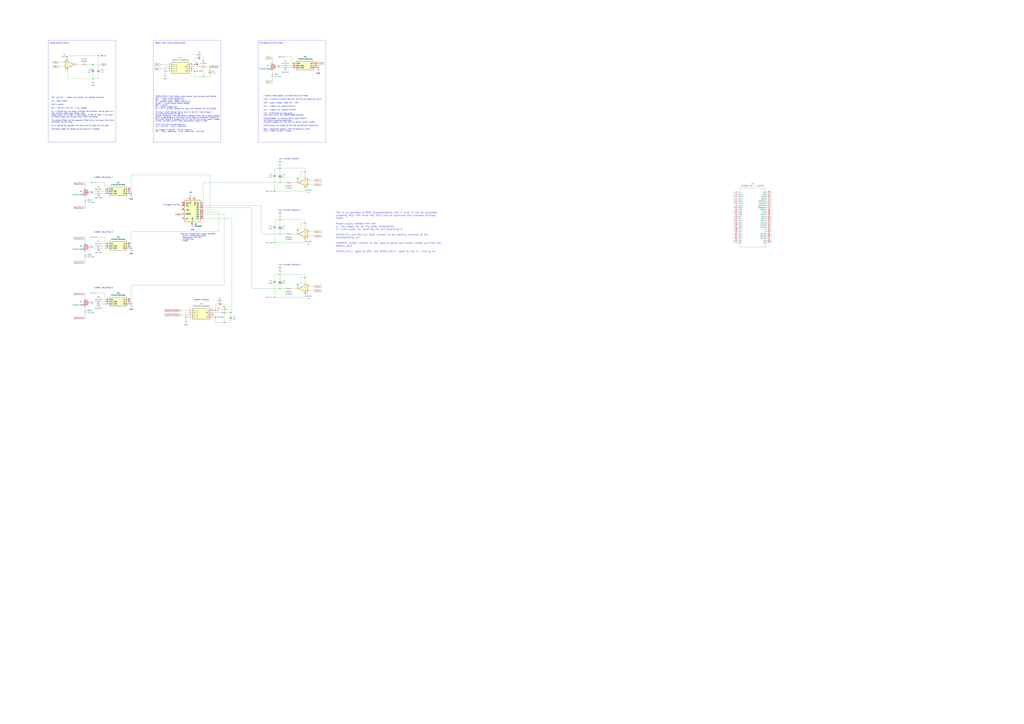
<source format=kicad_sch>
(kicad_sch (version 20230121) (generator eeschema)
  (paper "A0")
  (title_block (title "Battery Management System Design") (date "2025-01-11") (rev "1.0.0") (comment 1 "eddyzyf@gmail.com") (comment 2 "by Eddy Zhang") (comment 3 "For Tufts Electric Racing and Tufts Solar Vehicle Project") (comment 4 "Reference: SPICE Model of a Passive Battery Management System, IEEE"))
  (lib_symbols
    (symbol "Analog:AD5593R" (pin_names (offset 1.27))
      (property "Reference" "U" (at -8.89 15.24 0))
      (property "Value" "AD5593R" (at 3.81 15.24 0))
      (symbol "AD5593R_0_1"
        (rectangle (start -8.89 13.97) (end 8.89 -11.43) (stroke (width 0.254)) (fill (type background)))
      )
      (symbol "AD5593R_1_1"
        (pin input line (at -12.7 -2.54 0) (length 3.81) (name "~{RESET}") (number "1"))
        (pin bidirectional line (at 12.7 0 180) (length 3.81) (name "IO4") (number "10"))
        (pin bidirectional line (at 12.7 -2.54 180) (length 3.81) (name "IO5") (number "11"))
        (pin bidirectional line (at 12.7 -5.08 180) (length 3.81) (name "IO6") (number "12"))
        (pin bidirectional line (at 12.7 -7.62 180) (length 3.81) (name "IO7") (number "13"))
        (pin power_in line (at 0 -15.24 90) (length 3.81) (name "GND") (number "14"))
        (pin bidirectional line (at -12.7 10.16 0) (length 3.81) (name "SDA") (number "15"))
        (pin input line (at -12.7 7.62 0) (length 3.81) (name "SCL") (number "16"))
        (pin input line (at -12.7 -7.62 0) (length 3.81) (name "A0") (number "2"))
        (pin power_in line (at -2.54 17.78 270) (length 3.81) (name "V_{DD}") (number "3"))
        (pin bidirectional line (at 12.7 10.16 180) (length 3.81) (name "IO0") (number "4"))
        (pin bidirectional line (at 12.7 7.62 180) (length 3.81) (name "IO1") (number "5"))
        (pin bidirectional line (at 12.7 5.08 180) (length 3.81) (name "IO2") (number "6"))
        (pin bidirectional line (at 12.7 2.54 180) (length 3.81) (name "IO3") (number "7"))
        (pin passive line (at -12.7 2.54 0) (length 3.81) (name "V_{REF}") (number "8"))
        (pin power_in line (at 2.54 17.78 270) (length 3.81) (name "V_{LOGIC}") (number "9"))
      )
    )
    (symbol "Battery_Management:LTC6811HG-1-3ZZPBF" (pin_names (offset 0.254))
      (property "Reference" "U" (at 22.86 10.16 0))
      (property "Value" "LTC6811HG-1-3ZZPBF" (at 22.86 7.62 0))
      (symbol "LTC6811HG-1-3ZZPBF_0_1"
        (polyline (pts (xy 7.62 -63.5) (xy 38.1 -63.5)) (stroke (width 0.127)))
        (polyline (pts (xy 7.62 5.08) (xy 7.62 -63.5)) (stroke (width 0.127)))
        (polyline (pts (xy 38.1 -63.5) (xy 38.1 5.08)) (stroke (width 0.127)))
        (polyline (pts (xy 38.1 5.08) (xy 7.62 5.08)) (stroke (width 0.127)))
        (pin power_in line (at 0 0 0) (length 7.62) (name "V+") (number "1"))
        (pin input line (at 0 -22.86 0) (length 7.62) (name "C8") (number "10"))
        (pin bidirectional line (at 0 -25.4 0) (length 7.62) (name "S8") (number "11"))
        (pin input line (at 0 -27.94 0) (length 7.62) (name "C7") (number "12"))
        (pin bidirectional line (at 0 -30.48 0) (length 7.62) (name "S7") (number "13"))
        (pin input line (at 0 -33.02 0) (length 7.62) (name "C6") (number "14"))
        (pin bidirectional line (at 0 -35.56 0) (length 7.62) (name "S6") (number "15"))
        (pin input line (at 0 -38.1 0) (length 7.62) (name "C5") (number "16"))
        (pin bidirectional line (at 0 -40.64 0) (length 7.62) (name "S5") (number "17"))
        (pin input line (at 0 -43.18 0) (length 7.62) (name "C4") (number "18"))
        (pin bidirectional line (at 0 -45.72 0) (length 7.62) (name "S4") (number "19"))
        (pin input line (at 0 -2.54 0) (length 7.62) (name "C12") (number "2"))
        (pin input line (at 0 -48.26 0) (length 7.62) (name "C3") (number "20"))
        (pin bidirectional line (at 0 -50.8 0) (length 7.62) (name "S3") (number "21"))
        (pin input line (at 0 -53.34 0) (length 7.62) (name "C2") (number "22"))
        (pin bidirectional line (at 0 -55.88 0) (length 7.62) (name "S2") (number "23"))
        (pin input line (at 0 -58.42 0) (length 7.62) (name "C1") (number "24"))
        (pin bidirectional line (at 45.72 -58.42 180) (length 7.62) (name "S1") (number "25"))
        (pin input line (at 45.72 -55.88 180) (length 7.62) (name "C0") (number "26"))
        (pin bidirectional line (at 45.72 -53.34 180) (length 7.62) (name "GPIO1") (number "27"))
        (pin bidirectional line (at 45.72 -50.8 180) (length 7.62) (name "GPIO2") (number "28"))
        (pin bidirectional line (at 45.72 -48.26 180) (length 7.62) (name "GPIO3") (number "29"))
        (pin bidirectional line (at 0 -5.08 0) (length 7.62) (name "S12") (number "3"))
        (pin power_in line (at 45.72 -45.72 180) (length 7.62) (name "V-") (number "30"))
        (pin power_in line (at 45.72 -43.18 180) (length 7.62) (name "V-") (number "31"))
        (pin bidirectional line (at 45.72 -40.64 180) (length 7.62) (name "GPIO4") (number "32"))
        (pin bidirectional line (at 45.72 -38.1 180) (length 7.62) (name "GPIO5") (number "33"))
        (pin power_in line (at 45.72 -35.56 180) (length 7.62) (name "VREF2") (number "34"))
        (pin power_in line (at 45.72 -33.02 180) (length 7.62) (name "VREF1") (number "35"))
        (pin input line (at 45.72 -30.48 180) (length 7.62) (name "DTEN") (number "36"))
        (pin unspecified line (at 45.72 -27.94 180) (length 7.62) (name "VREG") (number "37"))
        (pin power_in line (at 45.72 -25.4 180) (length 7.62) (name "DRIVE") (number "38"))
        (pin unspecified line (at 45.72 -22.86 180) (length 7.62) (name "WDT") (number "39"))
        (pin input line (at 0 -7.62 0) (length 7.62) (name "C11") (number "4"))
        (pin unspecified line (at 45.72 -20.32 180) (length 7.62) (name "ISOMD") (number "40"))
        (pin bidirectional line (at 45.72 -17.78 180) (length 7.62) (name "CSB(IMA)") (number "41"))
        (pin bidirectional line (at 45.72 -15.24 180) (length 7.62) (name "SCK(IPA)") (number "42"))
        (pin input line (at 45.72 -12.7 180) (length 7.62) (name "SDI(NC)") (number "43"))
        (pin output line (at 45.72 -10.16 180) (length 7.62) (name "SDO(NC)") (number "44"))
        (pin power_in line (at 45.72 -7.62 180) (length 7.62) (name "IBIAS") (number "45"))
        (pin unspecified line (at 45.72 -5.08 180) (length 7.62) (name "ICMP") (number "46"))
        (pin bidirectional line (at 45.72 -2.54 180) (length 7.62) (name "IMB") (number "47"))
        (pin bidirectional line (at 45.72 0 180) (length 7.62) (name "IPB") (number "48"))
        (pin bidirectional line (at 0 -10.16 0) (length 7.62) (name "S11") (number "5"))
        (pin input line (at 0 -12.7 0) (length 7.62) (name "C10") (number "6"))
        (pin bidirectional line (at 0 -15.24 0) (length 7.62) (name "S10") (number "7"))
        (pin input line (at 0 -17.78 0) (length 7.62) (name "C9") (number "8"))
        (pin bidirectional line (at 0 -20.32 0) (length 7.62) (name "S9") (number "9"))
      )
    )
    (symbol "Device:C_Small" (pin_numbers hide) (pin_names (offset 0.254) hide)
      (property "Reference" "C" (at 0.254 1.778 0))
      (property "Value" "C_Small" (at 0.254 -2.032 0))
      (symbol "C_Small_0_1"
        (polyline (pts (xy -1.524 -0.508) (xy 1.524 -0.508)) (stroke (width 0.3302)))
        (polyline (pts (xy -1.524 0.508) (xy 1.524 0.508)) (stroke (width 0.3048)))
      )
      (symbol "C_Small_1_1"
        (pin passive line (at 0 2.54 270) (length 2.032) (name "~") (number "1"))
        (pin passive line (at 0 -2.54 90) (length 2.032) (name "~") (number "2"))
      )
    )
    (symbol "Device:R_Small_US" (pin_numbers hide) (pin_names (offset 0.254) hide)
      (property "Reference" "R" (at 0.762 0.508 0))
      (property "Value" "R_Small_US" (at 0.762 -1.016 0))
      (symbol "R_Small_US_1_1"
        (polyline (pts (xy 0 0) (xy 1.016 -0.381) (xy 0 -0.762) (xy -1.016 -1.143) (xy 0 -1.524)))
        (polyline (pts (xy 0 1.524) (xy 1.016 1.143) (xy 0 0.762) (xy -1.016 0.381) (xy 0 0)))
        (pin passive line (at 0 2.54 270) (length 1.016) (name "~") (number "1"))
        (pin passive line (at 0 -2.54 90) (length 1.016) (name "~") (number "2"))
      )
    )
    (symbol "Device:R_US" (pin_numbers hide) (pin_names (offset 0))
      (property "Reference" "R" (at 2.54 0 90))
      (property "Value" "R_US" (at -2.54 0 90))
      (symbol "R_US_0_1"
        (polyline (pts (xy 0 -2.286) (xy 0 -2.54)))
        (polyline (pts (xy 0 2.286) (xy 0 2.54)))
        (polyline (pts (xy 0 -0.762) (xy 1.016 -1.143) (xy 0 -1.524) (xy -1.016 -1.905) (xy 0 -2.286)))
        (polyline (pts (xy 0 0.762) (xy 1.016 0.381) (xy 0 0) (xy -1.016 -0.381) (xy 0 -0.762)))
        (polyline (pts (xy 0 2.286) (xy 1.016 1.905) (xy 0 1.524) (xy -1.016 1.143) (xy 0 0.762)))
      )
      (symbol "R_US_1_1"
        (pin passive line (at 0 3.81 270) (length 1.27) (name "~") (number "1"))
        (pin passive line (at 0 -3.81 90) (length 1.27) (name "~") (number "2"))
      )
    )
    (symbol "Driver_FET:1EDN7511BXUSA1"
      (property "Reference" "IC" (at 26.67 7.62 0))
      (property "Value" "1EDN7511BXUSA1" (at 26.67 5.08 0))
      (symbol "1EDN7511BXUSA1_1_1"
        (rectangle (start 5.08 2.54) (end 25.4 -7.62) (stroke (width 0.254)) (fill (type background)))
        (pin passive line (at 0 0 0) (length 5.08) (name "VDD") (number "1"))
        (pin passive line (at 0 -2.54 0) (length 5.08) (name "OUT_SRC") (number "2"))
        (pin passive line (at 0 -5.08 0) (length 5.08) (name "OUT_SNK") (number "3"))
        (pin passive line (at 30.48 -5.08 180) (length 5.08) (name "GND") (number "4"))
        (pin passive line (at 30.48 -2.54 180) (length 5.08) (name "IN-") (number "5"))
        (pin passive line (at 30.48 0 180) (length 5.08) (name "IN+") (number "6"))
      )
    )
    (symbol "Sensor_Current:TMCS1107A1BQDRQ1"
      (property "Reference" "IC" (at 26.67 7.62 0))
      (property "Value" "TMCS1107A1BQDRQ1" (at 26.67 5.08 0))
      (symbol "TMCS1107A1BQDRQ1_1_1"
        (rectangle (start 5.08 2.54) (end 25.4 -10.16) (stroke (width 0.254)) (fill (type background)))
        (pin passive line (at 0 0 0) (length 5.08) (name "IN+_1") (number "1"))
        (pin passive line (at 0 -2.54 0) (length 5.08) (name "IN+_2") (number "2"))
        (pin passive line (at 0 -5.08 0) (length 5.08) (name "IN-_1") (number "3"))
        (pin passive line (at 0 -7.62 0) (length 5.08) (name "IN-_2") (number "4"))
        (pin passive line (at 30.48 -7.62 180) (length 5.08) (name "GND") (number "5"))
        (pin no_connect line (at 30.48 -5.08 180) (length 5.08) (name "NC") (number "6"))
        (pin passive line (at 30.48 -2.54 180) (length 5.08) (name "VOUT") (number "7"))
        (pin passive line (at 30.48 0 180) (length 5.08) (name "VS") (number "8"))
      )
    )
    (symbol "Simulation_SPICE:OPAMP" (pin_names (offset 0.254))
      (property "Reference" "U" (at 3.81 3.175 0))
      (property "Value" "${SIM.PARAMS}" (at 3.81 -3.175 0))
      (symbol "OPAMP_0_1"
        (polyline (pts (xy 5.08 0) (xy -5.08 5.08) (xy -5.08 -5.08) (xy 5.08 0)) (stroke (width 0.254)) (fill (type background)))
      )
      (symbol "OPAMP_1_1"
        (pin input line (at -7.62 2.54 0) (length 2.54) (name "+") (number "1"))
        (pin input line (at -7.62 -2.54 0) (length 2.54) (name "-") (number "2"))
        (pin power_in line (at -2.54 7.62 270) (length 3.81) (name "V+") (number "3"))
        (pin power_in line (at -2.54 -7.62 90) (length 3.81) (name "V-") (number "4"))
        (pin output line (at 7.62 0 180) (length 2.54) (name "~") (number "5"))
      )
    )
    (symbol "Transistor_FET:CSD16570Q5B" (pin_names hide)
      (property "Reference" "Q" (at 5.08 1.905 0))
      (property "Value" "CSD16570Q5B" (at 5.08 0 0))
      (symbol "CSD16570Q5B_0_1"
        (polyline (pts (xy 0.254 0) (xy -2.54 0)))
        (polyline (pts (xy 0.254 1.905) (xy 0.254 -1.905)) (stroke (width 0.254)))
        (polyline (pts (xy 0.762 -1.27) (xy 0.762 -2.286)) (stroke (width 0.254)))
        (polyline (pts (xy 0.762 0.508) (xy 0.762 -0.508)) (stroke (width 0.254)))
        (polyline (pts (xy 0.762 2.286) (xy 0.762 1.27)) (stroke (width 0.254)))
        (polyline (pts (xy 2.54 2.54) (xy 2.54 1.778)))
        (polyline (pts (xy 2.54 -2.54) (xy 2.54 0) (xy 0.762 0)))
        (polyline (pts (xy 0.762 -1.778) (xy 3.302 -1.778) (xy 3.302 1.778) (xy 0.762 1.778)))
        (polyline (pts (xy 1.016 0) (xy 2.032 0.381) (xy 2.032 -0.381) (xy 1.016 0)) (fill (type outline)))
        (polyline (pts (xy 2.794 0.508) (xy 2.921 0.381) (xy 3.683 0.381) (xy 3.81 0.254)))
        (polyline (pts (xy 3.302 0.381) (xy 2.921 -0.254) (xy 3.683 -0.254) (xy 3.302 0.381)))
        (circle (center 1.651 0) (radius 2.794) (stroke (width 0.254)))
        (circle (center 2.54 -1.778) (radius 0.254) (fill (type outline)))
        (circle (center 2.54 1.778) (radius 0.254) (fill (type outline)))
      )
      (symbol "CSD16570Q5B_1_1"
        (pin passive line (at 2.54 -5.08 90) (length 2.54) (name "S") (number "1"))
        (pin passive line (at 2.54 -5.08 90) (length 2.54) hide (name "S") (number "2"))
        (pin passive line (at 2.54 -5.08 90) (length 2.54) hide (name "S") (number "3"))
        (pin passive line (at -5.08 0 0) (length 2.54) (name "G") (number "4"))
        (pin passive line (at 2.54 5.08 270) (length 2.54) (name "D") (number "5"))
      )
    )
    (symbol "power:+15V" (power) (pin_names (offset 0))
      (property "Value" "+15V" (at 0 3.556 0))
      (symbol "+15V_0_1"
        (polyline (pts (xy -0.762 1.27) (xy 0 2.54)))
        (polyline (pts (xy 0 0) (xy 0 2.54)))
        (polyline (pts (xy 0 2.54) (xy 0.762 1.27)))
      )
      (symbol "+15V_1_1"
        (pin power_in line (at 0 0 90) (length 0) hide (name "+15V") (number "1"))
      )
    )
    (symbol "power:+5V" (power) (pin_names (offset 0))
      (property "Value" "+5V" (at 0 3.556 0))
      (symbol "+5V_0_1"
        (polyline (pts (xy -0.762 1.27) (xy 0 2.54)))
        (polyline (pts (xy 0 0) (xy 0 2.54)))
        (polyline (pts (xy 0 2.54) (xy 0.762 1.27)))
      )
      (symbol "+5V_1_1"
        (pin power_in line (at 0 0 90) (length 0) hide (name "+5V") (number "1"))
      )
    )
    (symbol "power:GND" (power) (pin_names (offset 0))
      (property "Value" "GND" (at 0 -3.81 0))
      (symbol "GND_0_1"
        (polyline (pts (xy 0 0) (xy 0 -1.27) (xy 1.27 -1.27) (xy 0 -2.54) (xy -1.27 -1.27) (xy 0 -1.27)))
      )
      (symbol "GND_1_1"
        (pin power_in line (at 0 0 270) (length 0) hide (name "GND") (number "1"))
      )
    )
    (symbol "power:VDD" (power) (pin_names (offset 0))
      (property "Value" "VDD" (at 0 3.81 0))
      (symbol "VDD_0_1"
        (polyline (pts (xy -0.762 1.27) (xy 0 2.54)))
        (polyline (pts (xy 0 0) (xy 0 2.54)))
        (polyline (pts (xy 0 2.54) (xy 0.762 1.27)))
      )
      (symbol "VDD_1_1"
        (pin power_in line (at 0 0 90) (length 0) hide (name "VDD") (number "1"))
      )
    )
    (symbol "power:VS" (power) (pin_names (offset 0))
      (property "Value" "VS" (at 0 3.81 0))
      (symbol "VS_0_1"
        (polyline (pts (xy 0 0) (xy 0 2.54)))
        (polyline (pts (xy 0.762 1.27) (xy -0.762 1.27) (xy 0 2.54) (xy 0.762 1.27)) (fill (type outline)))
      )
      (symbol "VS_1_1"
        (pin power_in line (at 0 0 90) (length 0) hide (name "VS") (number "1"))
      )
    )
  )
  (junction (at 325.12 335.28))
  (junction (at 369.57 78.74))
  (junction (at 106.68 287.02))
  (junction (at 318.77 281.94))
  (junction (at 250.19 360.68))
  (junction (at 323.85 77.47))
  (junction (at 152.4 353.06))
  (junction (at 325.12 195.58))
  (junction (at 250.19 368.3))
  (junction (at 325.12 212.09))
  (junction (at 107.95 91.44))
  (junction (at 191.77 82.55))
  (junction (at 267.97 363.22))
  (junction (at 354.33 199.39))
  (junction (at 243.84 77.47))
  (junction (at 318.77 345.44))
  (junction (at 106.68 351.79))
  (junction (at 354.33 259.08))
  (junction (at 354.33 322.58))
  (junction (at 236.22 88.9))
  (junction (at 215.9 368.3))
  (junction (at 106.68 223.52))
  (junction (at 226.06 74.93))
  (junction (at 152.4 224.79))
  (junction (at 325.12 318.77))
  (junction (at 318.77 222.25))
  (junction (at 107.95 74.93))
  (junction (at 226.06 82.55))
  (junction (at 325.12 255.27))
  (junction (at 325.12 271.78))
  (junction (at 260.35 374.65))
  (junction (at 152.4 288.29))
  (junction (at 114.3 64.77))
  (wire (pts (xy 101.6 74.93) (xy 107.95 74.93)))
  (wire (pts (xy 325.12 212.09) (xy 325.12 207.01)))
  (wire (pts (xy 325.12 195.58) (xy 318.77 195.58)))
  (wire (pts (xy 106.68 353.06) (xy 111.76 353.06)))
  (wire (pts (xy 364.49 337.82) (xy 359.41 337.82)))
  (wire (pts (xy 152.4 269.24) (xy 152.4 283.21)))
  (wire (pts (xy 269.24 254) (xy 236.22 254)))
  (wire (pts (xy 325.12 271.78) (xy 325.12 266.7)))
  (wire (pts (xy 250.19 374.65) (xy 250.19 368.3)))
  (wire (pts (xy 116.84 350.52) (xy 121.92 350.52)))
  (wire (pts (xy 152.4 288.29) (xy 152.4 289.56)))
  (wire (pts (xy 267.97 374.65) (xy 260.35 374.65)))
  (wire (pts (xy 318.77 345.44) (xy 316.23 345.44)))
  (wire (pts (xy 354.33 195.58) (xy 325.12 195.58)))
  (wire (pts (xy 369.57 78.74) (xy 369.57 80.01)))
  (wire (pts (xy 248.92 363.22) (xy 256.54 363.22)))
  (wire (pts (xy 99.06 292.1) (xy 99.06 294.64)))
  (wire (pts (xy 267.97 363.22) (xy 269.24 363.22)))
  (wire (pts (xy 106.68 285.75) (xy 106.68 287.02)))
  (wire (pts (xy 264.16 363.22) (xy 267.97 363.22)))
  (wire (pts (xy 260.35 374.65) (xy 250.19 374.65)))
  (wire (pts (xy 260.35 248.92) (xy 260.35 331.47)))
  (wire (pts (xy 152.4 222.25) (xy 152.4 224.79)))
  (wire (pts (xy 349.25 259.08) (xy 354.33 259.08)))
  (wire (pts (xy 354.33 264.16) (xy 354.33 259.08)))
  (wire (pts (xy 243.84 77.47) (xy 245.11 77.47)))
  (wire (pts (xy 194.31 77.47) (xy 191.77 77.47)))
  (wire (pts (xy 78.74 64.77) (xy 114.3 64.77)))
  (wire (pts (xy 349.25 270.51) (xy 349.25 259.08)))
  (wire (pts (xy 113.03 340.36) (xy 121.92 340.36)))
  (wire (pts (xy 191.77 82.55) (xy 194.31 82.55)))
  (wire (pts (xy 248.92 360.68) (xy 250.19 360.68)))
  (wire (pts (xy 226.06 74.93) (xy 226.06 67.31)))
  (wire (pts (xy 354.33 259.08) (xy 354.33 255.27)))
  (wire (pts (xy 116.84 224.79) (xy 121.92 224.79)))
  (wire (pts (xy 325.12 201.93) (xy 325.12 195.58)))
  (wire (pts (xy 218.44 363.22) (xy 215.9 363.22)))
  (wire (pts (xy 267.97 372.11) (xy 267.97 374.65)))
  (wire (pts (xy 344.17 212.09) (xy 339.09 212.09)))
  (wire (pts (xy 325.12 318.77) (xy 325.12 316.23)))
  (wire (pts (xy 236.22 88.9) (xy 226.06 88.9)))
  (wire (pts (xy 236.22 67.31) (xy 236.22 88.9)))
  (wire (pts (xy 349.25 210.82) (xy 349.25 199.39)))
  (wire (pts (xy 243.84 77.47) (xy 243.84 81.28)))
  (wire (pts (xy 250.19 368.3) (xy 251.46 368.3)))
  (wire (pts (xy 292.1 335.28) (xy 292.1 241.3)))
  (wire (pts (xy 236.22 212.09) (xy 236.22 236.22)))
  (wire (pts (xy 334.01 76.2) (xy 339.09 76.2)))
  (wire (pts (xy 318.77 325.12) (xy 318.77 318.77)))
  (wire (pts (xy 323.85 77.47) (xy 323.85 78.74)))
  (wire (pts (xy 99.06 228.6) (xy 99.06 231.14)))
  (wire (pts (xy 111.76 350.52) (xy 106.68 350.52)))
  (wire (pts (xy 254 246.38) (xy 254 269.24)))
  (wire (pts (xy 330.2 66.04) (xy 339.09 66.04)))
  (wire (pts (xy 349.25 199.39) (xy 354.33 199.39)))
  (wire (pts (xy 364.49 214.63) (xy 359.41 214.63)))
  (wire (pts (xy 106.68 350.52) (xy 106.68 351.79)))
  (wire (pts (xy 303.53 238.76) (xy 236.22 238.76)))
  (wire (pts (xy 68.58 77.47) (xy 73.66 77.47)))
  (wire (pts (xy 226.06 82.55) (xy 227.33 82.55)))
  (wire (pts (xy 364.49 274.32) (xy 359.41 274.32)))
  (wire (pts (xy 107.95 91.44) (xy 107.95 93.98)))
  (wire (pts (xy 243.84 86.36) (xy 243.84 88.9)))
  (wire (pts (xy 236.22 246.38) (xy 254 246.38)))
  (wire (pts (xy 99.06 236.22) (xy 99.06 241.3)))
  (wire (pts (xy 344.17 335.28) (xy 339.09 335.28)))
  (wire (pts (xy 78.74 91.44) (xy 107.95 91.44)))
  (wire (pts (xy 215.9 368.3) (xy 218.44 368.3)))
  (wire (pts (xy 364.49 332.74) (xy 359.41 332.74)))
  (wire (pts (xy 331.47 212.09) (xy 325.12 212.09)))
  (wire (pts (xy 224.79 82.55) (xy 226.06 82.55)))
  (wire (pts (xy 210.82 365.76) (xy 218.44 365.76)))
  (wire (pts (xy 325.12 325.12) (xy 325.12 318.77)))
  (wire (pts (xy 99.06 299.72) (xy 99.06 304.8)))
  (wire (pts (xy 318.77 261.62) (xy 318.77 255.27)))
  (wire (pts (xy 240.03 77.47) (xy 243.84 77.47)))
  (wire (pts (xy 121.92 347.98) (xy 121.92 340.36)))
  (wire (pts (xy 99.06 276.86) (xy 99.06 281.94)))
  (wire (pts (xy 364.49 269.24) (xy 359.41 269.24)))
  (wire (pts (xy 121.92 283.21) (xy 121.92 275.59)))
  (wire (pts (xy 267.97 363.22) (xy 267.97 367.03)))
  (wire (pts (xy 318.77 281.94) (xy 316.23 281.94)))
  (wire (pts (xy 318.77 201.93) (xy 318.77 195.58)))
  (wire (pts (xy 78.74 67.31) (xy 78.74 64.77)))
  (wire (pts (xy 191.77 82.55) (xy 191.77 86.36)))
  (wire (pts (xy 354.33 204.47) (xy 354.33 199.39)))
  (wire (pts (xy 215.9 368.3) (xy 215.9 372.11)))
  (wire (pts (xy 243.84 243.84) (xy 243.84 203.2)))
  (wire (pts (xy 114.3 85.09) (xy 114.3 91.44)))
  (wire (pts (xy 106.68 224.79) (xy 111.76 224.79)))
  (wire (pts (xy 364.49 209.55) (xy 359.41 209.55)))
  (wire (pts (xy 354.33 279.4) (xy 354.33 281.94)))
  (wire (pts (xy 323.85 76.2) (xy 323.85 77.47)))
  (wire (pts (xy 152.4 350.52) (xy 152.4 353.06)))
  (wire (pts (xy 354.33 322.58) (xy 354.33 318.77)))
  (wire (pts (xy 106.68 351.79) (xy 106.68 353.06)))
  (wire (pts (xy 344.17 271.78) (xy 339.09 271.78)))
  (wire (pts (xy 254 269.24) (xy 152.4 269.24)))
  (wire (pts (xy 236.22 248.92) (xy 260.35 248.92)))
  (wire (pts (xy 250.19 360.68) (xy 250.19 353.06)))
  (wire (pts (xy 250.19 353.06) (xy 252.73 353.06)))
  (wire (pts (xy 354.33 255.27) (xy 325.12 255.27)))
  (wire (pts (xy 325.12 212.09) (xy 236.22 212.09)))
  (wire (pts (xy 250.19 360.68) (xy 251.46 360.68)))
  (wire (pts (xy 331.47 271.78) (xy 325.12 271.78)))
  (wire (pts (xy 152.4 224.79) (xy 152.4 226.06)))
  (wire (pts (xy 325.12 318.77) (xy 318.77 318.77)))
  (wire (pts (xy 224.79 77.47) (xy 232.41 77.47)))
  (wire (pts (xy 354.33 199.39) (xy 354.33 195.58)))
  (wire (pts (xy 152.4 353.06) (xy 152.4 354.33)))
  (wire (pts (xy 354.33 281.94) (xy 318.77 281.94)))
  (wire (pts (xy 152.4 285.75) (xy 152.4 288.29)))
  (wire (pts (xy 210.82 360.68) (xy 218.44 360.68)))
  (wire (pts (xy 318.77 281.94) (xy 318.77 266.7)))
  (wire (pts (xy 260.35 331.47) (xy 152.4 331.47)))
  (wire (pts (xy 325.12 255.27) (xy 325.12 252.73)))
  (wire (pts (xy 106.68 223.52) (xy 106.68 224.79)))
  (wire (pts (xy 318.77 345.44) (xy 318.77 330.2)))
  (wire (pts (xy 106.68 287.02) (xy 106.68 288.29)))
  (wire (pts (xy 78.74 82.55) (xy 78.74 91.44)))
  (wire (pts (xy 325.12 195.58) (xy 325.12 193.04)))
  (wire (pts (xy 316.23 67.31) (xy 316.23 72.39)))
  (wire (pts (xy 334.01 78.74) (xy 339.09 78.74)))
  (wire (pts (xy 111.76 285.75) (xy 106.68 285.75)))
  (wire (pts (xy 260.35 353.06) (xy 260.35 374.65)))
  (wire (pts (xy 354.33 327.66) (xy 354.33 322.58)))
  (wire (pts (xy 116.84 288.29) (xy 121.92 288.29)))
  (wire (pts (xy 292.1 241.3) (xy 236.22 241.3)))
  (wire (pts (xy 369.57 76.2) (xy 369.57 78.74)))
  (wire (pts (xy 354.33 345.44) (xy 318.77 345.44)))
  (wire (pts (xy 292.1 335.28) (xy 325.12 335.28)))
  (wire (pts (xy 316.23 90.17) (xy 316.23 95.25)))
  (wire (pts (xy 107.95 85.09) (xy 107.95 91.44)))
  (wire (pts (xy 354.33 219.71) (xy 354.33 222.25)))
  (wire (pts (xy 318.77 222.25) (xy 316.23 222.25)))
  (wire (pts (xy 99.06 213.36) (xy 99.06 218.44)))
  (wire (pts (xy 349.25 334.01) (xy 349.25 322.58)))
  (wire (pts (xy 236.22 243.84) (xy 243.84 243.84)))
  (wire (pts (xy 224.79 74.93) (xy 226.06 74.93)))
  (wire (pts (xy 243.84 88.9) (xy 236.22 88.9)))
  (wire (pts (xy 116.84 353.06) (xy 121.92 353.06)))
  (wire (pts (xy 107.95 74.93) (xy 118.11 74.93)))
  (wire (pts (xy 68.58 72.39) (xy 73.66 72.39)))
  (wire (pts (xy 114.3 64.77) (xy 114.3 80.01)))
  (wire (pts (xy 331.47 335.28) (xy 325.12 335.28)))
  (wire (pts (xy 243.84 203.2) (xy 152.4 203.2)))
  (wire (pts (xy 354.33 222.25) (xy 318.77 222.25)))
  (wire (pts (xy 328.93 76.2) (xy 323.85 76.2)))
  (wire (pts (xy 354.33 318.77) (xy 325.12 318.77)))
  (wire (pts (xy 318.77 222.25) (xy 318.77 207.01)))
  (wire (pts (xy 303.53 271.78) (xy 325.12 271.78)))
  (wire (pts (xy 107.95 74.93) (xy 107.95 80.01)))
  (wire (pts (xy 226.06 67.31) (xy 228.6 67.31)))
  (wire (pts (xy 107.95 91.44) (xy 114.3 91.44)))
  (wire (pts (xy 186.69 80.01) (xy 194.31 80.01)))
  (wire (pts (xy 116.84 222.25) (xy 121.92 222.25)))
  (wire (pts (xy 325.12 255.27) (xy 318.77 255.27)))
  (wire (pts (xy 152.4 203.2) (xy 152.4 219.71)))
  (wire (pts (xy 99.06 364.49) (xy 99.06 369.57)))
  (wire (pts (xy 106.68 222.25) (xy 106.68 223.52)))
  (wire (pts (xy 303.53 271.78) (xy 303.53 238.76)))
  (wire (pts (xy 226.06 74.93) (xy 227.33 74.93)))
  (wire (pts (xy 116.84 285.75) (xy 121.92 285.75)))
  (wire (pts (xy 113.03 275.59) (xy 121.92 275.59)))
  (wire (pts (xy 248.92 368.3) (xy 250.19 368.3)))
  (wire (pts (xy 114.3 64.77) (xy 116.84 64.77)))
  (wire (pts (xy 113.03 212.09) (xy 121.92 212.09)))
  (wire (pts (xy 339.09 73.66) (xy 339.09 66.04)))
  (wire (pts (xy 99.06 341.63) (xy 99.06 346.71)))
  (wire (pts (xy 257.81 353.06) (xy 260.35 353.06)))
  (wire (pts (xy 226.06 88.9) (xy 226.06 82.55)))
  (wire (pts (xy 349.25 322.58) (xy 354.33 322.58)))
  (wire (pts (xy 99.06 356.87) (xy 99.06 359.41)))
  (wire (pts (xy 111.76 222.25) (xy 106.68 222.25)))
  (wire (pts (xy 269.24 254) (xy 269.24 363.22)))
  (wire (pts (xy 325.12 261.62) (xy 325.12 255.27)))
  (wire (pts (xy 233.68 67.31) (xy 236.22 67.31)))
  (wire (pts (xy 215.9 363.22) (xy 215.9 368.3)))
  (wire (pts (xy 325.12 335.28) (xy 325.12 330.2)))
  (wire (pts (xy 121.92 219.71) (xy 121.92 212.09)))
  (wire (pts (xy 152.4 331.47) (xy 152.4 347.98)))
  (wire (pts (xy 316.23 82.55) (xy 316.23 85.09)))
  (wire (pts (xy 106.68 288.29) (xy 111.76 288.29)))
  (wire (pts (xy 354.33 342.9) (xy 354.33 345.44)))
  (wire (pts (xy 323.85 78.74) (xy 328.93 78.74)))
  (wire (pts (xy 191.77 77.47) (xy 191.77 82.55)))
  (wire (pts (xy 88.9 74.93) (xy 93.98 74.93)))
  (wire (pts (xy 186.69 74.93) (xy 194.31 74.93)))
  (rectangle (start 177.8 46.99) (end 256.54 165.1))
  (rectangle (start 299.72 46.99) (end 378.46 165.1))
  (rectangle (start 55.88 46.99) (end 134.62 165.1))
  (text "CURRENT BALANCING 1" (at 109.22 207.01 0) (effects (font (size 1.27 1.27)) (justify left bottom)))
  (text "Battery Pack Current Sensing Model" (at 180.34 50.8 0) (effects (font (size 1.27 1.27)) (justify left bottom)))
  (text "Cell Balancing Circuit Model" (at 300.99 50.8 0) (effects (font (size 1.27 1.27)) (justify left bottom)))
  (text "CELL VOLTAGE SENSING 3" (at 323.85 308.61 0) (effects (font (size 1.27 1.27)) (justify left bottom)))
  (text "REF" (at 346.71 265.43 90) (effects (font (size 1.27 1.27)) (justify right bottom)))
  (text "VIN+ and VIN- = battery cell positive and negative terminals \n\nVS = power supply\n\nGND = ground\n\nOUT = diff VIN+ and VIN- = cell voltage\n\nU1 = INA148 chip, low-power, precision diff amplifier with set gain of 1, \nhigh common mode input voltage range\nsingle supply 2.7V to 36V, or dual supply ±1.35V to ±18V, I'll be using \n5V single supply here because that's what's accessible\n\nThe resistor Rfilter and the capacitor Cfilter form a low-pass filter which \neliminates the OUT noise\n\nCvs is decoupling capacitor that also serve to cancel out the noise\n\nSimulation model for INA148 can be found on TI website\n\n\n" (at 59.69 154.94 0) (effects (font (size 1.27 1.27)) (justify left bottom)))
  (text "REF" (at 346.71 328.93 90) (effects (font (size 1.27 1.27)) (justify right bottom)))
  (text "REF" (at 346.71 205.74 90) (effects (font (size 1.27 1.27)) (justify right bottom)))
  (text "A passive single battery cell balancing circuit model \n\nCTRL = control pin (active high, 5V), turns on the balancing circuit\n\nVDD = supply voltage, range 4.5V - 20V\n\nCEL+ = battery cell positive terminal\n\nCEL- = battery cell negative terminal\n\nIC2 = 1EDN7511B low-side driver\nused here to drive the CSD16570Q5B transistor \n\nCSD16570Q5B = N-Channel NexFET power MOSFET\nlow inherent parasite capacitance \nthreshold voltage 1.5V, max drain to source current is 100A\n\nR2 R3 prevent the ringing of OUT_SRC and OUT_SNK respectively\n\nRbal = balancing resistaor, limit the balancing current \n2.5V / 3.3ohm to 3.6V / 3.3ohm\n\n" (at 306.07 154.94 0) (effects (font (size 1.27 1.27)) (justify left bottom)))
  (text "To program the MCU" (at 189.23 238.76 0) (effects (font (size 1.27 1.27)) (justify left bottom)))
  (text "CURRENT BALANCING 2" (at 109.22 270.51 0) (effects (font (size 1.27 1.27)) (justify left bottom)))
  (text "TMCS1107A1B = Hall-effect current sensor, high accuracy and linearity\nCIN+ = input current positive pin\nCIN- = input current negative pin\nVS = positive supply voltage, typically 5V\nCS_OUT = current sensor output voltage\nGND = ground\nC2 = supply voltage filter \nR1 + C1 = 1us time constant low-pass filter between OUT and CS_OUT\n\nThe input current between the IC pins IN+ and IN- flows through\nan internal conductor of 1.8m Ω\ninternal resistance, which generates a magnetic field. The IC output voltage\n(OUT) is proportional to the input current, having a sensitivity of 50mV/A. \nThe current sensor is supplied with 5V, and the zero current output voltage \nis 2.5V. The input current linear measurement range is ±46A.\n\nCurrent can then be calculated as: \nI_in = (CS_OUT - 2.5V) / 50(mV/A)\n\nFor example, a CS_OUT = 3V will result in:\n(3V - 2.5V) / 50(mV/A) = 0.5V / 50(mV/A) = 10A input " (at 180.34 153.67 0) (effects (font (size 1.27 1.27)) (justify left bottom)))
  (text "Voltage Sensing Circuit" (at 57.15 50.8 0) (effects (font (size 1.27 1.27)) (justify left bottom)))
  (text "This is an example of BMS implementation with 3 cells, it can be expanded \nchoosing MCU with more ADC GPIO pins or duplicate this example multiple \ntimes.\n\nPower supply needed here are \n1. +5V supply for all the other components\n2. +15V supply for powering the cell balancing IC\n\nSENSE_CEL and BLC_CEL both connect to the positive terminal of the \ncorresponding cell\n\nCURRENT_SENSE connect to the Load to sense the current comes out from the \nbattery pack\n\nSENSE_CEL1- goes to GND, and SENSE_CEL2- goes to cell 1-, and so on" (at 389.89 293.37 0) (effects (font (size 2 2)) (justify left bottom)))
  (text "CURRENT SENSING" (at 224.79 349.25 0) (effects (font (size 1.27 1.27)) (justify left bottom)))
  (text "CURRENT BALANCING 3" (at 109.22 335.28 0) (effects (font (size 1.27 1.27)) (justify left bottom)))
  (text "CELL VOLTAGE SENSING 1" (at 323.85 185.42 0) (effects (font (size 1.27 1.27)) (justify left bottom)))
  (text "CELL VOLTAGE SENSING 2" (at 323.85 245.11 0) (effects (font (size 1.27 1.27)) (justify left bottom)))
  (text "MCU from Analog Device, good reputation \n- Built-in temperature sensor\n- Configurable ADC GPIO \n- Compact size\n- Cheap" (at 209.55 280.67 0) (effects (font (size 1.27 1.27)) (justify left bottom)))
  (global_label "BLC_CEL2-" (shape input) (at 99.06 276.86 180) (property "Intersheetrefs" "${INTERSHEET_REFS}" (effects hide)))
  (global_label "reset" (shape input) (at 210.82 248.92 180) (property "Intersheetrefs" "${INTERSHEET_REFS}" (effects hide)))
  (global_label "CEL1+" (shape input) (at 364.49 214.63 0) (property "Intersheetrefs" "${INTERSHEET_REFS}" (effects hide)))
  (global_label "CEL-" (shape input) (at 316.23 67.31 180) (property "Intersheetrefs" "${INTERSHEET_REFS}" (effects hide)))
  (global_label "VIN-" (shape input) (at 68.58 77.47 180) (property "Intersheetrefs" "${INTERSHEET_REFS}" (effects hide)))
  (global_label "CEL3-" (shape input) (at 364.49 332.74 0) (property "Intersheetrefs" "${INTERSHEET_REFS}" (effects hide)))
  (global_label "CEL1-" (shape input) (at 364.49 209.55 0) (property "Intersheetrefs" "${INTERSHEET_REFS}" (effects hide)))
  (global_label "BLC_CEL3+" (shape input) (at 99.06 369.57 180) (property "Intersheetrefs" "${INTERSHEET_REFS}" (effects hide)))
  (global_label "CS_OUT" (shape output) (at 245.11 77.47 0) (property "Intersheetrefs" "${INTERSHEET_REFS}" (effects hide)))
  (global_label "CIN-" (shape input) (at 186.69 80.01 180) (property "Intersheetrefs" "${INTERSHEET_REFS}" (effects hide)))
  (global_label "BLC_CEL1-" (shape input) (at 99.06 213.36 180) (property "Intersheetrefs" "${INTERSHEET_REFS}" (effects hide)))
  (global_label "CURRENT_SENSE-" (shape input) (at 210.82 365.76 180) (property "Intersheetrefs" "${INTERSHEET_REFS}" (effects hide)))
  (global_label "CEL3+" (shape input) (at 364.49 337.82 0) (property "Intersheetrefs" "${INTERSHEET_REFS}" (effects hide)))
  (global_label "BLC_CEL1+" (shape input) (at 99.06 241.3 180) (property "Intersheetrefs" "${INTERSHEET_REFS}" (effects hide)))
  (global_label "CTRL" (shape input) (at 369.57 73.66 0) (property "Intersheetrefs" "${INTERSHEET_REFS}" (effects hide)))
  (global_label "CEL2+" (shape input) (at 364.49 274.32 0) (property "Intersheetrefs" "${INTERSHEET_REFS}" (effects hide)))
  (global_label "CURRENT_SENSE+" (shape input) (at 210.82 360.68 180) (property "Intersheetrefs" "${INTERSHEET_REFS}" (effects hide)))
  (global_label "BLC_CEL3-" (shape input) (at 99.06 341.63 180) (property "Intersheetrefs" "${INTERSHEET_REFS}" (effects hide)))
  (global_label "VIN+" (shape input) (at 68.58 72.39 180) (property "Intersheetrefs" "${INTERSHEET_REFS}" (effects hide)))
  (global_label "CEL2-" (shape input) (at 364.49 269.24 0) (property "Intersheetrefs" "${INTERSHEET_REFS}" (effects hide)))
  (global_label "CIN+" (shape input) (at 186.69 74.93 180) (property "Intersheetrefs" "${INTERSHEET_REFS}" (effects hide)))
  (global_label "Out" (shape output) (at 118.11 74.93 0) (property "Intersheetrefs" "${INTERSHEET_REFS}" (effects hide)))
  (global_label "CEL+" (shape input) (at 316.23 95.25 180) (property "Intersheetrefs" "${INTERSHEET_REFS}" (effects hide)))
  (global_label "BLC_CEL2+" (shape input) (at 99.06 304.8 180) (property "Intersheetrefs" "${INTERSHEET_REFS}" (effects hide)))
  (symbol (lib_id "power:GND") (at 152.4 226.06 0) (unit 1)
    (property "Reference" "#PWR020" (effects hide))
    (property "Value" "GND" (at 152.4 231.14 0))
  )
  (symbol (lib_id "Device:C_Small") (at 267.97 369.57 0) (unit 1)
    (property "Reference" "C4" (at 270.51 368.3063 0) (effects (justify left)))
    (property "Value" "1nF" (at 270.51 370.8463 0) (effects (justify left)))
  )
  (symbol (lib_id "Device:C_Small") (at 325.12 327.66 180) (unit 1)
    (property "Reference" "Cfilter3" (at 330.2 328.93 0) (effects (justify left)))
    (property "Value" "1nF" (at 331.47 326.39 0) (effects (justify left)))
  )
  (symbol (lib_id "Device:R_US") (at 260.35 363.22 90) (unit 1)
    (property "Reference" "R4" (at 260.35 356.87 90))
    (property "Value" "1k ohm" (at 260.35 359.41 90))
  )
  (symbol (lib_id "power:VS") (at 227.33 74.93 270) (unit 1)
    (property "Reference" "#PWR05" (effects hide))
    (property "Value" "VS" (at 227.33 73.66 90) (effects (justify left)))
  )
  (symbol (lib_id "Driver_FET:1EDN7511BXUSA1") (at 121.92 347.98 0) (unit 1)
    (property "Reference" "IC6" (at 137.16 340.36 0))
    (property "Value" "1EDN7511BXUSA1" (at 137.16 342.9 0))
    (property "Footprint" "SOT95P280X145-6N" (effects hide))
    (property "Datasheet" "https://www.infineon.com/cms/en/product/power/gate-driver-ics/?" (effects hide))
    (property "Height" "1.45" (effects hide))
    (property "Manufacturer_Name" "Infineon" (effects hide))
    (property "Manufacturer_Part_Number" "1EDN7511BXUSA1" (effects hide))
    (property "Mouser Part Number" "726-1EDN7511BXUSA1" (effects hide))
    (property "Mouser Price/Stock" "https://www.mouser.co.uk/ProductDetail/Infineon-Technologies/1EDN7511BXUSA1?qs=W0yvOO0ixfHJPMVE%2Fcx7gA%3D%3D" (effects hide))
    (property "Arrow Part Number" "1EDN7511BXUSA1" (effects hide))
    (property "Arrow Price/Stock" "https://www.arrow.com/en/products/1edn7511bxusa1/infineon-technologies-ag?region=nac" (effects hide))
  )
  (symbol (lib_id "Device:C_Small") (at 255.27 353.06 90) (unit 1)
    (property "Reference" "C3" (at 255.2763 346.71 90))
    (property "Value" "100nF" (at 255.2763 349.25 90))
  )
  (symbol (lib_id "Device:R_US") (at 97.79 74.93 270) (unit 1)
    (property "Reference" "R_filter" (at 97.79 68.58 90))
    (property "Value" "100ohm" (at 97.79 71.12 90))
  )
  (symbol (lib_id "Driver_FET:1EDN7511BXUSA1") (at 339.09 73.66 0) (unit 1)
    (property "Reference" "IC2" (at 354.33 66.04 0))
    (property "Value" "1EDN7511BXUSA1" (at 354.33 68.58 0))
    (property "Footprint" "SOT95P280X145-6N" (effects hide))
    (property "Datasheet" "https://www.infineon.com/cms/en/product/power/gate-driver-ics/?" (effects hide))
    (property "Height" "1.45" (effects hide))
    (property "Manufacturer_Name" "Infineon" (effects hide))
    (property "Manufacturer_Part_Number" "1EDN7511BXUSA1" (effects hide))
    (property "Mouser Part Number" "726-1EDN7511BXUSA1" (effects hide))
    (property "Mouser Price/Stock" "https://www.mouser.co.uk/ProductDetail/Infineon-Technologies/1EDN7511BXUSA1?qs=W0yvOO0ixfHJPMVE%2Fcx7gA%3D%3D" (effects hide))
    (property "Arrow Part Number" "1EDN7511BXUSA1" (effects hide))
    (property "Arrow Price/Stock" "https://www.arrow.com/en/products/1edn7511bxusa1/infineon-technologies-ag?region=nac" (effects hide))
  )
  (symbol (lib_id "power:+15V") (at 113.03 340.36 90) (unit 1)
    (property "Reference" "#PWR023" (effects hide))
    (property "Value" "+15V" (at 109.22 340.36 90) (effects (justify left)))
  )
  (symbol (lib_id "Transistor_FET:CSD16570Q5B") (at 318.77 77.47 180) (unit 1)
    (property "Reference" "Q1" (at 312.42 76.2 0) (effects (justify left)))
    (property "Value" "CSD16570Q5B" (at 314.96 80.01 0) (effects (justify left)))
    (property "Footprint" "Package_TO_SOT_SMD:TDSON-8-1" (effects hide))
    (property "Datasheet" "http://www.ti.com/lit/gpn/csd16570q5b" (effects hide))
  )
  (symbol (lib_id "Device:R_Small_US") (at 114.3 353.06 90) (unit 1)
    (property "Reference" "R10" (at 114.3 355.6 90))
    (property "Value" "5.6 ohm" (at 114.3 358.14 90))
  )
  (symbol (lib_id "Simulation_SPICE:OPAMP") (at 351.79 212.09 180) (unit 1)
    (property "Reference" "U3" (at 358.14 223.52 0))
    (property "Value" "INA148" (at 358.14 220.98 0))
    (property "Sim.Pins" "1=in+ 2=in- 3=vcc 4=vee 5=out" (effects hide))
    (property "Sim.Device" "SUBCKT" (effects hide))
    (property "Sim.Library" "${KICAD7_SYMBOL_DIR}/Simulation_SPICE.sp" (effects hide))
    (property "Sim.Name" "kicad_builtin_opamp" (effects hide))
  )
  (symbol (lib_id "Transistor_FET:CSD16570Q5B") (at 101.6 287.02 180) (unit 1)
    (property "Reference" "Q3" (at 95.25 285.75 0) (effects (justify left)))
    (property "Value" "CSD16570Q5B" (at 97.79 289.56 0) (effects (justify left)))
    (property "Footprint" "Package_TO_SOT_SMD:TDSON-8-1" (effects hide))
    (property "Datasheet" "http://www.ti.com/lit/gpn/csd16570q5b" (effects hide))
  )
  (symbol (lib_id "Driver_FET:1EDN7511BXUSA1") (at 121.92 283.21 0) (unit 1)
    (property "Reference" "IC5" (at 137.16 275.59 0))
    (property "Value" "1EDN7511BXUSA1" (at 137.16 278.13 0))
    (property "Footprint" "SOT95P280X145-6N" (effects hide))
    (property "Datasheet" "https://www.infineon.com/cms/en/product/power/gate-driver-ics/?" (effects hide))
    (property "Height" "1.45" (effects hide))
    (property "Manufacturer_Name" "Infineon" (effects hide))
    (property "Manufacturer_Part_Number" "1EDN7511BXUSA1" (effects hide))
    (property "Mouser Part Number" "726-1EDN7511BXUSA1" (effects hide))
    (property "Mouser Price/Stock" "https://www.mouser.co.uk/ProductDetail/Infineon-Technologies/1EDN7511BXUSA1?qs=W0yvOO0ixfHJPMVE%2Fcx7gA%3D%3D" (effects hide))
    (property "Arrow Part Number" "1EDN7511BXUSA1" (effects hide))
    (property "Arrow Price/Stock" "https://www.arrow.com/en/products/1edn7511bxusa1/infineon-technologies-ag?region=nac" (effects hide))
  )
  (symbol (lib_id "Device:R_US") (at 236.22 77.47 90) (unit 1)
    (property "Reference" "R1" (at 236.22 71.12 90))
    (property "Value" "1k ohm" (at 236.22 73.66 90))
  )
  (symbol (lib_id "Device:R_Small_US") (at 114.3 224.79 90) (unit 1)
    (property "Reference" "R6" (at 114.3 227.33 90))
    (property "Value" "5.6 ohm" (at 114.3 229.87 90))
  )
  (symbol (lib_id "Device:C_Small") (at 318.77 204.47 180) (unit 1)
    (property "Reference" "Cvs1" (at 316.23 205.74 0) (effects (justify left)))
    (property "Value" "1nF" (at 316.23 203.2 0) (effects (justify left)))
  )
  (symbol (lib_id "Simulation_SPICE:OPAMP") (at 351.79 271.78 180) (unit 1)
    (property "Reference" "U4" (at 358.14 283.21 0))
    (property "Value" "INA148" (at 358.14 280.67 0))
    (property "Sim.Pins" "1=in+ 2=in- 3=vcc 4=vee 5=out" (effects hide))
    (property "Sim.Device" "SUBCKT" (effects hide))
    (property "Sim.Library" "${KICAD7_SYMBOL_DIR}/Simulation_SPICE.sp" (effects hide))
    (property "Sim.Name" "kicad_builtin_opamp" (effects hide))
  )
  (symbol (lib_id "power:GND") (at 251.46 368.3 90) (unit 1)
    (property "Reference" "#PWR019" (effects hide))
    (property "Value" "GND" (at 255.27 368.3 90) (effects (justify right)))
  )
  (symbol (lib_id "power:+5V") (at 316.23 222.25 90) (unit 1)
    (property "Reference" "#PWR012" (effects hide))
    (property "Value" "+5V" (at 312.42 222.25 90) (effects (justify left)))
  )
  (symbol (lib_id "Device:C_Small") (at 318.77 327.66 180) (unit 1)
    (property "Reference" "Cvs3" (at 316.23 328.93 0) (effects (justify left)))
    (property "Value" "1nF" (at 316.23 326.39 0) (effects (justify left)))
  )
  (symbol (lib_id "power:+15V") (at 113.03 275.59 90) (unit 1)
    (property "Reference" "#PWR09" (effects hide))
    (property "Value" "+15V" (at 109.22 275.59 90) (effects (justify left)))
  )
  (symbol (lib_id "power:GND") (at 191.77 86.36 0) (unit 1)
    (property "Reference" "#PWR03" (effects hide))
    (property "Value" "GND" (at 191.77 91.44 0))
  )
  (symbol (lib_id "Device:R_US") (at 335.28 335.28 90) (unit 1)
    (property "Reference" "R_filter3" (at 335.28 341.63 90))
    (property "Value" "100ohm" (at 335.28 339.09 90))
  )
  (symbol (lib_id "power:GND") (at 325.12 193.04 180) (unit 1)
    (property "Reference" "#PWR011" (effects hide))
    (property "Value" "GND" (at 325.12 187.96 0))
  )
  (symbol (lib_id "Device:R_Small_US") (at 331.47 76.2 90) (unit 1)
    (property "Reference" "R2" (at 331.47 71.12 90))
    (property "Value" "5.6 ohm" (at 331.47 73.66 90))
  )
  (symbol (lib_id "Device:C_Small") (at 231.14 67.31 90) (unit 1)
    (property "Reference" "C2" (at 231.1463 60.96 90))
    (property "Value" "100nF" (at 231.1463 63.5 90))
  )
  (symbol (lib_id "power:GND") (at 325.12 252.73 180) (unit 1)
    (property "Reference" "#PWR014" (effects hide))
    (property "Value" "GND" (at 325.12 247.65 0))
  )
  (symbol (lib_id "Device:R_Small_US") (at 99.06 361.95 0) (unit 1)
    (property "Reference" "Rbal3" (at 101.6 360.68 0) (effects (justify left)))
    (property "Value" "3.3 ohm" (at 101.6 363.22 0) (effects (justify left)))
  )
  (symbol (lib_id "power:GND") (at 152.4 289.56 0) (unit 1)
    (property "Reference" "#PWR022" (effects hide))
    (property "Value" "GND" (at 152.4 294.64 0))
  )
  (symbol (lib_id "Device:R_Small_US") (at 114.3 222.25 90) (unit 1)
    (property "Reference" "R5" (at 114.3 217.17 90))
    (property "Value" "5.6 ohm" (at 114.3 219.71 90))
  )
  (symbol (lib_id "power:GND") (at 369.57 80.01 0) (unit 1)
    (property "Reference" "#PWR06" (effects hide))
    (property "Value" "GND" (at 369.57 85.09 0))
  )
  (symbol (lib_id "power:GND") (at 107.95 93.98 0) (unit 1)
    (property "Reference" "#PWR02" (effects hide))
    (property "Value" "GND" (at 107.95 99.06 0))
  )
  (symbol (lib_id "Sensor_Current:TMCS1107A1BQDRQ1") (at 218.44 360.68 0) (unit 1)
    (property "Reference" "IC3" (at 233.68 353.06 0))
    (property "Value" "TMCS1107A1BQDRQ1" (at 233.68 355.6 0))
    (property "Footprint" "SOIC127P600X175-8N" (effects hide))
    (property "Datasheet" "https://www.ti.com/lit/ds/symlink/tmcs1107-q1.pdf?ts=1634009705469&ref_url=https%253A%252F%252Fwww.ti.com%252Fsitesearch%252Fdocs%252Funiversalsearch.tsp%253FlangPref%253Den-US%2526searchTerm%253DTMCS1107A4UQDRQ1%2526nr%253D2" (effects hide))
    (property "Height" "1.75" (effects hide))
    (property "Manufacturer_Name" "Texas Instruments" (effects hide))
    (property "Manufacturer_Part_Number" "TMCS1107A1BQDRQ1" (effects hide))
    (property "Mouser Part Number" "595-TMCS1107A1BQDRQ1" (effects hide))
    (property "Mouser Price/Stock" "https://www.mouser.co.uk/ProductDetail/Texas-Instruments/TMCS1107A1BQDRQ1?qs=A6eO%252BMLsxmRDGOpu2d0NVw%3D%3D" (effects hide))
    (property "Arrow Part Number" "TMCS1107A1BQDRQ1" (effects hide))
    (property "Arrow Price/Stock" "https://www.arrow.com/en/products/tmcs1107a1bqdrq1/texas-instruments?utm_currency=USD&region=nac" (effects hide))
  )
  (symbol (lib_id "Device:C_Small") (at 325.12 264.16 180) (unit 1)
    (property "Reference" "Cfilter2" (at 330.2 265.43 0) (effects (justify left)))
    (property "Value" "1nF" (at 331.47 262.89 0) (effects (justify left)))
  )
  (symbol (lib_id "Analog:AD5593R") (at 223.52 246.38 0) (unit 1)
    (property "Reference" "U6" (at 225.7141 260.35 0) (effects (justify left)))
    (property "Value" "AD5593R" (at 225.7141 262.89 0) (effects (justify left)))
    (property "Footprint" "Package_SO:TSSOP-16_4.4x5mm_P0.65mm" (effects hide))
    (property "Datasheet" "https://www.analog.com/media/en/technical-documentation/data-sheets/AD5593R.pdf" (effects hide))
  )
  (symbol (lib_id "Transistor_FET:CSD16570Q5B") (at 101.6 223.52 180) (unit 1)
    (property "Reference" "Q2" (at 95.25 222.25 0) (effects (justify left)))
    (property "Value" "CSD16570Q5B" (at 97.79 226.06 0) (effects (justify left)))
    (property "Footprint" "Package_TO_SOT_SMD:TDSON-8-1" (effects hide))
    (property "Datasheet" "http://www.ti.com/lit/gpn/csd16570q5b" (effects hide))
  )
  (symbol (lib_id "Driver_FET:1EDN7511BXUSA1") (at 121.92 219.71 0) (unit 1)
    (property "Reference" "IC4" (at 137.16 212.09 0))
    (property "Value" "1EDN7511BXUSA1" (at 137.16 214.63 0))
    (property "Footprint" "SOT95P280X145-6N" (effects hide))
    (property "Datasheet" "https://www.infineon.com/cms/en/product/power/gate-driver-ics/?" (effects hide))
    (property "Height" "1.45" (effects hide))
    (property "Manufacturer_Name" "Infineon" (effects hide))
    (property "Manufacturer_Part_Number" "1EDN7511BXUSA1" (effects hide))
    (property "Mouser Part Number" "726-1EDN7511BXUSA1" (effects hide))
    (property "Mouser Price/Stock" "https://www.mouser.co.uk/ProductDetail/Infineon-Technologies/1EDN7511BXUSA1?qs=W0yvOO0ixfHJPMVE%2Fcx7gA%3D%3D" (effects hide))
    (property "Arrow Part Number" "1EDN7511BXUSA1" (effects hide))
    (property "Arrow Price/Stock" "https://www.arrow.com/en/products/1edn7511bxusa1/infineon-technologies-ag?region=nac" (effects hide))
  )
  (symbol (lib_id "Device:R_US") (at 335.28 212.09 90) (unit 1)
    (property "Reference" "R_filter1" (at 335.28 218.44 90))
    (property "Value" "100ohm" (at 335.28 215.9 90))
  )
  (symbol (lib_id "Device:C_Small") (at 243.84 83.82 0) (unit 1)
    (property "Reference" "C1" (at 246.38 82.5563 0) (effects (justify left)))
    (property "Value" "1nF" (at 246.38 85.0963 0) (effects (justify left)))
  )
  (symbol (lib_id "Device:R_US") (at 335.28 271.78 90) (unit 1)
    (property "Reference" "R_filter2" (at 335.28 278.13 90))
    (property "Value" "100ohm" (at 335.28 275.59 90))
  )
  (symbol (lib_id "power:GND") (at 227.33 82.55 90) (unit 1)
    (property "Reference" "#PWR04" (effects hide))
    (property "Value" "GND" (at 231.14 82.55 90) (effects (justify right)))
  )
  (symbol (lib_id "power:GND") (at 325.12 316.23 180) (unit 1)
    (property "Reference" "#PWR016" (effects hide))
    (property "Value" "GND" (at 325.12 311.15 0))
  )
  (symbol (lib_id "power:+5V") (at 220.98 228.6 0) (unit 1)
    (property "Reference" "#PWR013" (effects hide))
    (property "Value" "+5V" (at 220.98 223.52 0))
  )
  (symbol (lib_id "power:VDD") (at 330.2 66.04 90) (unit 1)
    (property "Reference" "#PWR07" (effects hide))
    (property "Value" "VDD" (at 326.39 66.04 90) (effects (justify left)))
  )
  (symbol (lib_id "power:+5V") (at 316.23 281.94 90) (unit 1)
    (property "Reference" "#PWR010" (effects hide))
    (property "Value" "+5V" (at 312.42 281.94 90) (effects (justify left)))
  )
  (symbol (lib_id "Simulation_SPICE:OPAMP") (at 351.79 335.28 180) (unit 1)
    (property "Reference" "U5" (at 358.14 346.71 0))
    (property "Value" "INA148" (at 358.14 344.17 0))
    (property "Sim.Pins" "1=in+ 2=in- 3=vcc 4=vee 5=out" (effects hide))
    (property "Sim.Device" "SUBCKT" (effects hide))
    (property "Sim.Library" "${KICAD7_SYMBOL_DIR}/Simulation_SPICE.sp" (effects hide))
    (property "Sim.Name" "kicad_builtin_opamp" (effects hide))
  )
  (symbol (lib_id "Device:R_Small_US") (at 114.3 288.29 90) (unit 1)
    (property "Reference" "R8" (at 114.3 290.83 90))
    (property "Value" "5.6 ohm" (at 114.3 293.37 90))
  )
  (symbol (lib_id "Simulation_SPICE:OPAMP") (at 81.28 74.93 0) (unit 1)
    (property "Reference" "U1" (at 74.93 63.5 0))
    (property "Value" "INA148" (at 74.93 66.04 0))
    (property "Sim.Pins" "1=in+ 2=in- 3=vcc 4=vee 5=out" (effects hide))
    (property "Sim.Device" "SUBCKT" (effects hide))
    (property "Sim.Library" "${KICAD7_SYMBOL_DIR}/Simulation_SPICE.sp" (effects hide))
    (property "Sim.Name" "kicad_builtin_opamp" (effects hide))
  )
  (symbol (lib_id "Battery_Management:LTC6811HG-1-3ZZPBF") (at 850.9 223.52 0) (unit 1)
    (property "Reference" "U2" (at 873.76 213.36 0) (effects (font (size 1.524 1.524))))
    (property "Value" "LTC6811HG-1-3ZZPBF" (at 873.76 215.9 0) (effects (font (size 1.524 1.524))))
    (property "Footprint" "05-08-1887_ADI" (effects hide))
    (property "Datasheet" "LTC6811HG-1-3ZZPBF" (effects hide))
  )
  (symbol (lib_id "Sensor_Current:TMCS1107A1BQDRQ1") (at 194.31 74.93 0) (unit 1)
    (property "Reference" "IC1" (at 209.55 67.31 0))
    (property "Value" "TMCS1107A1BQDRQ1" (at 209.55 69.85 0))
    (property "Footprint" "SOIC127P600X175-8N" (effects hide))
    (property "Datasheet" "https://www.ti.com/lit/ds/symlink/tmcs1107-q1.pdf?ts=1634009705469&ref_url=https%253A%252F%252Fwww.ti.com%252Fsitesearch%252Fdocs%252Funiversalsearch.tsp%253FlangPref%253Den-US%2526searchTerm%253DTMCS1107A4UQDRQ1%2526nr%253D2" (effects hide))
    (property "Height" "1.75" (effects hide))
    (property "Manufacturer_Name" "Texas Instruments" (effects hide))
    (property "Manufacturer_Part_Number" "TMCS1107A1BQDRQ1" (effects hide))
    (property "Mouser Part Number" "595-TMCS1107A1BQDRQ1" (effects hide))
    (property "Mouser Price/Stock" "https://www.mouser.co.uk/ProductDetail/Texas-Instruments/TMCS1107A1BQDRQ1?qs=A6eO%252BMLsxmRDGOpu2d0NVw%3D%3D" (effects hide))
    (property "Arrow Part Number" "TMCS1107A1BQDRQ1" (effects hide))
    (property "Arrow Price/Stock" "https://www.arrow.com/en/products/tmcs1107a1bqdrq1/texas-instruments?utm_currency=USD&region=nac" (effects hide))
  )
  (symbol (lib_id "Device:R_Small_US") (at 99.06 233.68 0) (unit 1)
    (property "Reference" "Rbal1" (at 101.6 232.41 0) (effects (justify left)))
    (property "Value" "3.3 ohm" (at 101.6 234.95 0) (effects (justify left)))
  )
  (symbol (lib_id "Device:C_Small") (at 114.3 82.55 0) (unit 1)
    (property "Reference" "Cvs" (at 116.84 81.28 0) (effects (justify left)))
    (property "Value" "1nF" (at 116.84 83.82 0) (effects (justify left)))
  )
  (symbol (lib_id "Device:C_Small") (at 325.12 204.47 180) (unit 1)
    (property "Reference" "Cfilter1" (at 330.2 205.74 0) (effects (justify left)))
    (property "Value" "1nF" (at 331.47 203.2 0) (effects (justify left)))
  )
  (symbol (lib_id "power:+15V") (at 113.03 212.09 90) (unit 1)
    (property "Reference" "#PWR021" (effects hide))
    (property "Value" "+15V" (at 109.22 212.09 90) (effects (justify left)))
  )
  (symbol (lib_id "Transistor_FET:CSD16570Q5B") (at 101.6 351.79 180) (unit 1)
    (property "Reference" "Q4" (at 95.25 350.52 0) (effects (justify left)))
    (property "Value" "CSD16570Q5B" (at 97.79 354.33 0) (effects (justify left)))
    (property "Footprint" "Package_TO_SOT_SMD:TDSON-8-1" (effects hide))
    (property "Datasheet" "http://www.ti.com/lit/gpn/csd16570q5b" (effects hide))
  )
  (symbol (lib_id "Device:C_Small") (at 107.95 82.55 0) (unit 1)
    (property "Reference" "Cfilter" (at 102.87 81.28 0) (effects (justify left)))
    (property "Value" "1nF" (at 101.6 83.82 0) (effects (justify left)))
  )
  (symbol (lib_id "power:GND") (at 152.4 354.33 0) (unit 1)
    (property "Reference" "#PWR024" (effects hide))
    (property "Value" "GND" (at 152.4 359.41 0))
  )
  (symbol (lib_id "power:GND") (at 223.52 261.62 0) (unit 1)
    (property "Reference" "#PWR08" (effects hide))
    (property "Value" "GND" (at 223.52 266.7 0))
  )
  (symbol (lib_id "power:+5V") (at 316.23 345.44 90) (unit 1)
    (property "Reference" "#PWR015" (effects hide))
    (property "Value" "+5V" (at 312.42 345.44 90) (effects (justify left)))
  )
  (symbol (lib_id "Device:C_Small") (at 318.77 264.16 180) (unit 1)
    (property "Reference" "Cvs2" (at 316.23 265.43 0) (effects (justify left)))
    (property "Value" "1nF" (at 316.23 262.89 0) (effects (justify left)))
  )
  (symbol (lib_id "Device:R_Small_US") (at 99.06 297.18 0) (unit 1)
    (property "Reference" "Rbal2" (at 101.6 295.91 0) (effects (justify left)))
    (property "Value" "3.3 ohm" (at 101.6 298.45 0) (effects (justify left)))
  )
  (symbol (lib_id "power:GND") (at 215.9 372.11 0) (unit 1)
    (property "Reference" "#PWR017" (effects hide))
    (property "Value" "GND" (at 215.9 377.19 0))
  )
  (symbol (lib_id "Device:R_Small_US") (at 331.47 78.74 90) (unit 1)
    (property "Reference" "R3" (at 331.47 81.28 90))
    (property "Value" "5.6 ohm" (at 331.47 83.82 90))
  )
  (symbol (lib_id "power:+5V") (at 251.46 360.68 270) (unit 1)
    (property "Reference" "#PWR018" (effects hide))
    (property "Value" "+5V" (at 251.46 358.14 90) (effects (justify left)))
  )
  (symbol (lib_id "Device:R_Small_US") (at 114.3 350.52 90) (unit 1)
    (property "Reference" "R9" (at 114.3 345.44 90))
    (property "Value" "5.6 ohm" (at 114.3 347.98 90))
  )
  (symbol (lib_id "power:VS") (at 116.84 64.77 270) (unit 1)
    (property "Reference" "#PWR01" (effects hide))
    (property "Value" "VS" (at 120.65 64.77 90) (effects (justify left)))
  )
  (symbol (lib_id "Device:R_Small_US") (at 316.23 87.63 0) (unit 1)
    (property "Reference" "Rbal" (at 318.77 86.36 0) (effects (justify left)))
    (property "Value" "3.3 ohm" (at 318.77 88.9 0) (effects (justify left)))
  )
  (symbol (lib_id "Device:R_Small_US") (at 114.3 285.75 90) (unit 1)
    (property "Reference" "R7" (at 114.3 280.67 90))
    (property "Value" "5.6 ohm" (at 114.3 283.21 90))
  )
)
</source>
